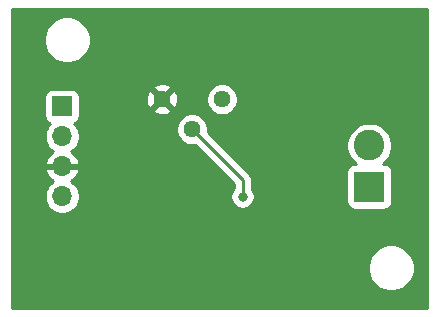
<source format=gbr>
%TF.GenerationSoftware,KiCad,Pcbnew,5.1.6-c6e7f7d~87~ubuntu18.04.1*%
%TF.CreationDate,2021-12-04T00:40:26-08:00*%
%TF.ProjectId,thermocouple-amp,74686572-6d6f-4636-9f75-706c652d616d,rev?*%
%TF.SameCoordinates,Original*%
%TF.FileFunction,Copper,L2,Bot*%
%TF.FilePolarity,Positive*%
%FSLAX46Y46*%
G04 Gerber Fmt 4.6, Leading zero omitted, Abs format (unit mm)*
G04 Created by KiCad (PCBNEW 5.1.6-c6e7f7d~87~ubuntu18.04.1) date 2021-12-04 00:40:26*
%MOMM*%
%LPD*%
G01*
G04 APERTURE LIST*
%TA.AperFunction,ComponentPad*%
%ADD10C,2.600000*%
%TD*%
%TA.AperFunction,ComponentPad*%
%ADD11R,2.600000X2.600000*%
%TD*%
%TA.AperFunction,ComponentPad*%
%ADD12C,1.440000*%
%TD*%
%TA.AperFunction,ComponentPad*%
%ADD13O,1.700000X1.700000*%
%TD*%
%TA.AperFunction,ComponentPad*%
%ADD14R,1.700000X1.700000*%
%TD*%
%TA.AperFunction,ViaPad*%
%ADD15C,0.800000*%
%TD*%
%TA.AperFunction,Conductor*%
%ADD16C,0.254000*%
%TD*%
G04 APERTURE END LIST*
D10*
%TO.P,TC1,2*%
%TO.N,Net-(R2-Pad1)*%
X170865800Y-96068000D03*
D11*
%TO.P,TC1,1*%
%TO.N,Net-(R4-Pad2)*%
X170865800Y-99568000D03*
%TD*%
D12*
%TO.P,RV1,3*%
%TO.N,GND*%
X153314400Y-92151200D03*
%TO.P,RV1,2*%
%TO.N,Net-(RV1-Pad2)*%
X155854400Y-94691200D03*
%TO.P,RV1,1*%
%TO.N,Net-(R5-Pad1)*%
X158394400Y-92151200D03*
%TD*%
D13*
%TO.P,J2,4*%
%TO.N,/Vout*%
X144856200Y-100380800D03*
%TO.P,J2,3*%
%TO.N,GND*%
X144856200Y-97840800D03*
%TO.P,J2,2*%
%TO.N,+12V*%
X144856200Y-95300800D03*
D14*
%TO.P,J2,1*%
%TO.N,+5V*%
X144856200Y-92760800D03*
%TD*%
D15*
%TO.N,GND*%
X151460200Y-91008200D03*
X147345400Y-91135200D03*
X141147800Y-88722200D03*
X143002000Y-104800400D03*
X146050000Y-106375200D03*
X150901400Y-107188000D03*
X151790400Y-107188000D03*
X154076400Y-104521000D03*
X162026600Y-93091000D03*
X150571200Y-96443800D03*
X156337000Y-106146600D03*
X172237400Y-88569800D03*
X159867600Y-85547200D03*
X149225000Y-86741000D03*
X148463000Y-98983800D03*
X161671000Y-98933000D03*
X164084000Y-103632000D03*
X160147000Y-102743000D03*
%TO.N,Net-(RV1-Pad2)*%
X160147009Y-100412210D03*
%TD*%
D16*
%TO.N,Net-(RV1-Pad2)*%
X160147009Y-98983809D02*
X160147009Y-100412210D01*
X155854400Y-94691200D02*
X160147009Y-98983809D01*
%TD*%
%TO.N,GND*%
G36*
X175743000Y-109830000D02*
G01*
X140614000Y-109830000D01*
X140614000Y-106230495D01*
X170735000Y-106230495D01*
X170735000Y-106621505D01*
X170811282Y-107005003D01*
X170960915Y-107366250D01*
X171178149Y-107691364D01*
X171454636Y-107967851D01*
X171779750Y-108185085D01*
X172140997Y-108334718D01*
X172524495Y-108411000D01*
X172915505Y-108411000D01*
X173299003Y-108334718D01*
X173660250Y-108185085D01*
X173985364Y-107967851D01*
X174261851Y-107691364D01*
X174479085Y-107366250D01*
X174628718Y-107005003D01*
X174705000Y-106621505D01*
X174705000Y-106230495D01*
X174628718Y-105846997D01*
X174479085Y-105485750D01*
X174261851Y-105160636D01*
X173985364Y-104884149D01*
X173660250Y-104666915D01*
X173299003Y-104517282D01*
X172915505Y-104441000D01*
X172524495Y-104441000D01*
X172140997Y-104517282D01*
X171779750Y-104666915D01*
X171454636Y-104884149D01*
X171178149Y-105160636D01*
X170960915Y-105485750D01*
X170811282Y-105846997D01*
X170735000Y-106230495D01*
X140614000Y-106230495D01*
X140614000Y-100234540D01*
X143371200Y-100234540D01*
X143371200Y-100527060D01*
X143428268Y-100813958D01*
X143540210Y-101084211D01*
X143702725Y-101327432D01*
X143909568Y-101534275D01*
X144152789Y-101696790D01*
X144423042Y-101808732D01*
X144709940Y-101865800D01*
X145002460Y-101865800D01*
X145289358Y-101808732D01*
X145559611Y-101696790D01*
X145802832Y-101534275D01*
X146009675Y-101327432D01*
X146172190Y-101084211D01*
X146284132Y-100813958D01*
X146341200Y-100527060D01*
X146341200Y-100234540D01*
X146284132Y-99947642D01*
X146172190Y-99677389D01*
X146009675Y-99434168D01*
X145802832Y-99227325D01*
X145620666Y-99105605D01*
X145737555Y-99035978D01*
X145953788Y-98841069D01*
X146127841Y-98607720D01*
X146253025Y-98344899D01*
X146297676Y-98197690D01*
X146176355Y-97967800D01*
X144983200Y-97967800D01*
X144983200Y-97987800D01*
X144729200Y-97987800D01*
X144729200Y-97967800D01*
X143536045Y-97967800D01*
X143414724Y-98197690D01*
X143459375Y-98344899D01*
X143584559Y-98607720D01*
X143758612Y-98841069D01*
X143974845Y-99035978D01*
X144091734Y-99105605D01*
X143909568Y-99227325D01*
X143702725Y-99434168D01*
X143540210Y-99677389D01*
X143428268Y-99947642D01*
X143371200Y-100234540D01*
X140614000Y-100234540D01*
X140614000Y-91910800D01*
X143368128Y-91910800D01*
X143368128Y-93610800D01*
X143380388Y-93735282D01*
X143416698Y-93854980D01*
X143475663Y-93965294D01*
X143555015Y-94061985D01*
X143651706Y-94141337D01*
X143762020Y-94200302D01*
X143834580Y-94222313D01*
X143702725Y-94354168D01*
X143540210Y-94597389D01*
X143428268Y-94867642D01*
X143371200Y-95154540D01*
X143371200Y-95447060D01*
X143428268Y-95733958D01*
X143540210Y-96004211D01*
X143702725Y-96247432D01*
X143909568Y-96454275D01*
X144091734Y-96575995D01*
X143974845Y-96645622D01*
X143758612Y-96840531D01*
X143584559Y-97073880D01*
X143459375Y-97336701D01*
X143414724Y-97483910D01*
X143536045Y-97713800D01*
X144729200Y-97713800D01*
X144729200Y-97693800D01*
X144983200Y-97693800D01*
X144983200Y-97713800D01*
X146176355Y-97713800D01*
X146297676Y-97483910D01*
X146253025Y-97336701D01*
X146127841Y-97073880D01*
X145953788Y-96840531D01*
X145737555Y-96645622D01*
X145620666Y-96575995D01*
X145802832Y-96454275D01*
X146009675Y-96247432D01*
X146172190Y-96004211D01*
X146284132Y-95733958D01*
X146341200Y-95447060D01*
X146341200Y-95154540D01*
X146284132Y-94867642D01*
X146172190Y-94597389D01*
X146145701Y-94557744D01*
X154499400Y-94557744D01*
X154499400Y-94824656D01*
X154551472Y-95086439D01*
X154653615Y-95333033D01*
X154801903Y-95554962D01*
X154990638Y-95743697D01*
X155212567Y-95891985D01*
X155459161Y-95994128D01*
X155720944Y-96046200D01*
X155987856Y-96046200D01*
X156107893Y-96022323D01*
X159385009Y-99299440D01*
X159385010Y-99710498D01*
X159343072Y-99752436D01*
X159229804Y-99921954D01*
X159151783Y-100110312D01*
X159112009Y-100310271D01*
X159112009Y-100514149D01*
X159151783Y-100714108D01*
X159229804Y-100902466D01*
X159343072Y-101071984D01*
X159487235Y-101216147D01*
X159656753Y-101329415D01*
X159845111Y-101407436D01*
X160045070Y-101447210D01*
X160248948Y-101447210D01*
X160448907Y-101407436D01*
X160637265Y-101329415D01*
X160806783Y-101216147D01*
X160950946Y-101071984D01*
X161064214Y-100902466D01*
X161142235Y-100714108D01*
X161182009Y-100514149D01*
X161182009Y-100310271D01*
X161142235Y-100110312D01*
X161064214Y-99921954D01*
X160950946Y-99752436D01*
X160909009Y-99710499D01*
X160909009Y-99021232D01*
X160912695Y-98983809D01*
X160904027Y-98895800D01*
X160897983Y-98834431D01*
X160854411Y-98690794D01*
X160783655Y-98558418D01*
X160783654Y-98558416D01*
X160712288Y-98471457D01*
X160688431Y-98442387D01*
X160659362Y-98418531D01*
X160508831Y-98268000D01*
X168927728Y-98268000D01*
X168927728Y-100868000D01*
X168939988Y-100992482D01*
X168976298Y-101112180D01*
X169035263Y-101222494D01*
X169114615Y-101319185D01*
X169211306Y-101398537D01*
X169321620Y-101457502D01*
X169441318Y-101493812D01*
X169565800Y-101506072D01*
X172165800Y-101506072D01*
X172290282Y-101493812D01*
X172409980Y-101457502D01*
X172520294Y-101398537D01*
X172616985Y-101319185D01*
X172696337Y-101222494D01*
X172755302Y-101112180D01*
X172791612Y-100992482D01*
X172803872Y-100868000D01*
X172803872Y-98268000D01*
X172791612Y-98143518D01*
X172755302Y-98023820D01*
X172696337Y-97913506D01*
X172616985Y-97816815D01*
X172520294Y-97737463D01*
X172409980Y-97678498D01*
X172290282Y-97642188D01*
X172165800Y-97629928D01*
X172011118Y-97629928D01*
X172099291Y-97571013D01*
X172368813Y-97301491D01*
X172580575Y-96984566D01*
X172726439Y-96632419D01*
X172800800Y-96258581D01*
X172800800Y-95877419D01*
X172726439Y-95503581D01*
X172580575Y-95151434D01*
X172368813Y-94834509D01*
X172099291Y-94564987D01*
X171782366Y-94353225D01*
X171430219Y-94207361D01*
X171056381Y-94133000D01*
X170675219Y-94133000D01*
X170301381Y-94207361D01*
X169949234Y-94353225D01*
X169632309Y-94564987D01*
X169362787Y-94834509D01*
X169151025Y-95151434D01*
X169005161Y-95503581D01*
X168930800Y-95877419D01*
X168930800Y-96258581D01*
X169005161Y-96632419D01*
X169151025Y-96984566D01*
X169362787Y-97301491D01*
X169632309Y-97571013D01*
X169720482Y-97629928D01*
X169565800Y-97629928D01*
X169441318Y-97642188D01*
X169321620Y-97678498D01*
X169211306Y-97737463D01*
X169114615Y-97816815D01*
X169035263Y-97913506D01*
X168976298Y-98023820D01*
X168939988Y-98143518D01*
X168927728Y-98268000D01*
X160508831Y-98268000D01*
X157185523Y-94944693D01*
X157209400Y-94824656D01*
X157209400Y-94557744D01*
X157157328Y-94295961D01*
X157055185Y-94049367D01*
X156906897Y-93827438D01*
X156718162Y-93638703D01*
X156496233Y-93490415D01*
X156249639Y-93388272D01*
X155987856Y-93336200D01*
X155720944Y-93336200D01*
X155459161Y-93388272D01*
X155212567Y-93490415D01*
X154990638Y-93638703D01*
X154801903Y-93827438D01*
X154653615Y-94049367D01*
X154551472Y-94295961D01*
X154499400Y-94557744D01*
X146145701Y-94557744D01*
X146009675Y-94354168D01*
X145877820Y-94222313D01*
X145950380Y-94200302D01*
X146060694Y-94141337D01*
X146157385Y-94061985D01*
X146236737Y-93965294D01*
X146295702Y-93854980D01*
X146332012Y-93735282D01*
X146344272Y-93610800D01*
X146344272Y-93086760D01*
X152558445Y-93086760D01*
X152620332Y-93322568D01*
X152862190Y-93435466D01*
X153121427Y-93499011D01*
X153388080Y-93510761D01*
X153651901Y-93470263D01*
X153902753Y-93379075D01*
X154008468Y-93322568D01*
X154070355Y-93086760D01*
X153314400Y-92330805D01*
X152558445Y-93086760D01*
X146344272Y-93086760D01*
X146344272Y-92224880D01*
X151954839Y-92224880D01*
X151995337Y-92488701D01*
X152086525Y-92739553D01*
X152143032Y-92845268D01*
X152378840Y-92907155D01*
X153134795Y-92151200D01*
X153494005Y-92151200D01*
X154249960Y-92907155D01*
X154485768Y-92845268D01*
X154598666Y-92603410D01*
X154662211Y-92344173D01*
X154673961Y-92077520D01*
X154664786Y-92017744D01*
X157039400Y-92017744D01*
X157039400Y-92284656D01*
X157091472Y-92546439D01*
X157193615Y-92793033D01*
X157341903Y-93014962D01*
X157530638Y-93203697D01*
X157752567Y-93351985D01*
X157999161Y-93454128D01*
X158260944Y-93506200D01*
X158527856Y-93506200D01*
X158789639Y-93454128D01*
X159036233Y-93351985D01*
X159258162Y-93203697D01*
X159446897Y-93014962D01*
X159595185Y-92793033D01*
X159697328Y-92546439D01*
X159749400Y-92284656D01*
X159749400Y-92017744D01*
X159697328Y-91755961D01*
X159595185Y-91509367D01*
X159446897Y-91287438D01*
X159258162Y-91098703D01*
X159036233Y-90950415D01*
X158789639Y-90848272D01*
X158527856Y-90796200D01*
X158260944Y-90796200D01*
X157999161Y-90848272D01*
X157752567Y-90950415D01*
X157530638Y-91098703D01*
X157341903Y-91287438D01*
X157193615Y-91509367D01*
X157091472Y-91755961D01*
X157039400Y-92017744D01*
X154664786Y-92017744D01*
X154633463Y-91813699D01*
X154542275Y-91562847D01*
X154485768Y-91457132D01*
X154249960Y-91395245D01*
X153494005Y-92151200D01*
X153134795Y-92151200D01*
X152378840Y-91395245D01*
X152143032Y-91457132D01*
X152030134Y-91698990D01*
X151966589Y-91958227D01*
X151954839Y-92224880D01*
X146344272Y-92224880D01*
X146344272Y-91910800D01*
X146332012Y-91786318D01*
X146295702Y-91666620D01*
X146236737Y-91556306D01*
X146157385Y-91459615D01*
X146060694Y-91380263D01*
X145950380Y-91321298D01*
X145830682Y-91284988D01*
X145706200Y-91272728D01*
X144006200Y-91272728D01*
X143881718Y-91284988D01*
X143762020Y-91321298D01*
X143651706Y-91380263D01*
X143555015Y-91459615D01*
X143475663Y-91556306D01*
X143416698Y-91666620D01*
X143380388Y-91786318D01*
X143368128Y-91910800D01*
X140614000Y-91910800D01*
X140614000Y-91215640D01*
X152558445Y-91215640D01*
X153314400Y-91971595D01*
X154070355Y-91215640D01*
X154008468Y-90979832D01*
X153766610Y-90866934D01*
X153507373Y-90803389D01*
X153240720Y-90791639D01*
X152976899Y-90832137D01*
X152726047Y-90923325D01*
X152620332Y-90979832D01*
X152558445Y-91215640D01*
X140614000Y-91215640D01*
X140614000Y-86926495D01*
X143303000Y-86926495D01*
X143303000Y-87317505D01*
X143379282Y-87701003D01*
X143528915Y-88062250D01*
X143746149Y-88387364D01*
X144022636Y-88663851D01*
X144347750Y-88881085D01*
X144708997Y-89030718D01*
X145092495Y-89107000D01*
X145483505Y-89107000D01*
X145867003Y-89030718D01*
X146228250Y-88881085D01*
X146553364Y-88663851D01*
X146829851Y-88387364D01*
X147047085Y-88062250D01*
X147196718Y-87701003D01*
X147273000Y-87317505D01*
X147273000Y-86926495D01*
X147196718Y-86542997D01*
X147047085Y-86181750D01*
X146829851Y-85856636D01*
X146553364Y-85580149D01*
X146228250Y-85362915D01*
X145867003Y-85213282D01*
X145483505Y-85137000D01*
X145092495Y-85137000D01*
X144708997Y-85213282D01*
X144347750Y-85362915D01*
X144022636Y-85580149D01*
X143746149Y-85856636D01*
X143528915Y-86181750D01*
X143379282Y-86542997D01*
X143303000Y-86926495D01*
X140614000Y-86926495D01*
X140614000Y-84480000D01*
X175743001Y-84480000D01*
X175743000Y-109830000D01*
G37*
X175743000Y-109830000D02*
X140614000Y-109830000D01*
X140614000Y-106230495D01*
X170735000Y-106230495D01*
X170735000Y-106621505D01*
X170811282Y-107005003D01*
X170960915Y-107366250D01*
X171178149Y-107691364D01*
X171454636Y-107967851D01*
X171779750Y-108185085D01*
X172140997Y-108334718D01*
X172524495Y-108411000D01*
X172915505Y-108411000D01*
X173299003Y-108334718D01*
X173660250Y-108185085D01*
X173985364Y-107967851D01*
X174261851Y-107691364D01*
X174479085Y-107366250D01*
X174628718Y-107005003D01*
X174705000Y-106621505D01*
X174705000Y-106230495D01*
X174628718Y-105846997D01*
X174479085Y-105485750D01*
X174261851Y-105160636D01*
X173985364Y-104884149D01*
X173660250Y-104666915D01*
X173299003Y-104517282D01*
X172915505Y-104441000D01*
X172524495Y-104441000D01*
X172140997Y-104517282D01*
X171779750Y-104666915D01*
X171454636Y-104884149D01*
X171178149Y-105160636D01*
X170960915Y-105485750D01*
X170811282Y-105846997D01*
X170735000Y-106230495D01*
X140614000Y-106230495D01*
X140614000Y-100234540D01*
X143371200Y-100234540D01*
X143371200Y-100527060D01*
X143428268Y-100813958D01*
X143540210Y-101084211D01*
X143702725Y-101327432D01*
X143909568Y-101534275D01*
X144152789Y-101696790D01*
X144423042Y-101808732D01*
X144709940Y-101865800D01*
X145002460Y-101865800D01*
X145289358Y-101808732D01*
X145559611Y-101696790D01*
X145802832Y-101534275D01*
X146009675Y-101327432D01*
X146172190Y-101084211D01*
X146284132Y-100813958D01*
X146341200Y-100527060D01*
X146341200Y-100234540D01*
X146284132Y-99947642D01*
X146172190Y-99677389D01*
X146009675Y-99434168D01*
X145802832Y-99227325D01*
X145620666Y-99105605D01*
X145737555Y-99035978D01*
X145953788Y-98841069D01*
X146127841Y-98607720D01*
X146253025Y-98344899D01*
X146297676Y-98197690D01*
X146176355Y-97967800D01*
X144983200Y-97967800D01*
X144983200Y-97987800D01*
X144729200Y-97987800D01*
X144729200Y-97967800D01*
X143536045Y-97967800D01*
X143414724Y-98197690D01*
X143459375Y-98344899D01*
X143584559Y-98607720D01*
X143758612Y-98841069D01*
X143974845Y-99035978D01*
X144091734Y-99105605D01*
X143909568Y-99227325D01*
X143702725Y-99434168D01*
X143540210Y-99677389D01*
X143428268Y-99947642D01*
X143371200Y-100234540D01*
X140614000Y-100234540D01*
X140614000Y-91910800D01*
X143368128Y-91910800D01*
X143368128Y-93610800D01*
X143380388Y-93735282D01*
X143416698Y-93854980D01*
X143475663Y-93965294D01*
X143555015Y-94061985D01*
X143651706Y-94141337D01*
X143762020Y-94200302D01*
X143834580Y-94222313D01*
X143702725Y-94354168D01*
X143540210Y-94597389D01*
X143428268Y-94867642D01*
X143371200Y-95154540D01*
X143371200Y-95447060D01*
X143428268Y-95733958D01*
X143540210Y-96004211D01*
X143702725Y-96247432D01*
X143909568Y-96454275D01*
X144091734Y-96575995D01*
X143974845Y-96645622D01*
X143758612Y-96840531D01*
X143584559Y-97073880D01*
X143459375Y-97336701D01*
X143414724Y-97483910D01*
X143536045Y-97713800D01*
X144729200Y-97713800D01*
X144729200Y-97693800D01*
X144983200Y-97693800D01*
X144983200Y-97713800D01*
X146176355Y-97713800D01*
X146297676Y-97483910D01*
X146253025Y-97336701D01*
X146127841Y-97073880D01*
X145953788Y-96840531D01*
X145737555Y-96645622D01*
X145620666Y-96575995D01*
X145802832Y-96454275D01*
X146009675Y-96247432D01*
X146172190Y-96004211D01*
X146284132Y-95733958D01*
X146341200Y-95447060D01*
X146341200Y-95154540D01*
X146284132Y-94867642D01*
X146172190Y-94597389D01*
X146145701Y-94557744D01*
X154499400Y-94557744D01*
X154499400Y-94824656D01*
X154551472Y-95086439D01*
X154653615Y-95333033D01*
X154801903Y-95554962D01*
X154990638Y-95743697D01*
X155212567Y-95891985D01*
X155459161Y-95994128D01*
X155720944Y-96046200D01*
X155987856Y-96046200D01*
X156107893Y-96022323D01*
X159385009Y-99299440D01*
X159385010Y-99710498D01*
X159343072Y-99752436D01*
X159229804Y-99921954D01*
X159151783Y-100110312D01*
X159112009Y-100310271D01*
X159112009Y-100514149D01*
X159151783Y-100714108D01*
X159229804Y-100902466D01*
X159343072Y-101071984D01*
X159487235Y-101216147D01*
X159656753Y-101329415D01*
X159845111Y-101407436D01*
X160045070Y-101447210D01*
X160248948Y-101447210D01*
X160448907Y-101407436D01*
X160637265Y-101329415D01*
X160806783Y-101216147D01*
X160950946Y-101071984D01*
X161064214Y-100902466D01*
X161142235Y-100714108D01*
X161182009Y-100514149D01*
X161182009Y-100310271D01*
X161142235Y-100110312D01*
X161064214Y-99921954D01*
X160950946Y-99752436D01*
X160909009Y-99710499D01*
X160909009Y-99021232D01*
X160912695Y-98983809D01*
X160904027Y-98895800D01*
X160897983Y-98834431D01*
X160854411Y-98690794D01*
X160783655Y-98558418D01*
X160783654Y-98558416D01*
X160712288Y-98471457D01*
X160688431Y-98442387D01*
X160659362Y-98418531D01*
X160508831Y-98268000D01*
X168927728Y-98268000D01*
X168927728Y-100868000D01*
X168939988Y-100992482D01*
X168976298Y-101112180D01*
X169035263Y-101222494D01*
X169114615Y-101319185D01*
X169211306Y-101398537D01*
X169321620Y-101457502D01*
X169441318Y-101493812D01*
X169565800Y-101506072D01*
X172165800Y-101506072D01*
X172290282Y-101493812D01*
X172409980Y-101457502D01*
X172520294Y-101398537D01*
X172616985Y-101319185D01*
X172696337Y-101222494D01*
X172755302Y-101112180D01*
X172791612Y-100992482D01*
X172803872Y-100868000D01*
X172803872Y-98268000D01*
X172791612Y-98143518D01*
X172755302Y-98023820D01*
X172696337Y-97913506D01*
X172616985Y-97816815D01*
X172520294Y-97737463D01*
X172409980Y-97678498D01*
X172290282Y-97642188D01*
X172165800Y-97629928D01*
X172011118Y-97629928D01*
X172099291Y-97571013D01*
X172368813Y-97301491D01*
X172580575Y-96984566D01*
X172726439Y-96632419D01*
X172800800Y-96258581D01*
X172800800Y-95877419D01*
X172726439Y-95503581D01*
X172580575Y-95151434D01*
X172368813Y-94834509D01*
X172099291Y-94564987D01*
X171782366Y-94353225D01*
X171430219Y-94207361D01*
X171056381Y-94133000D01*
X170675219Y-94133000D01*
X170301381Y-94207361D01*
X169949234Y-94353225D01*
X169632309Y-94564987D01*
X169362787Y-94834509D01*
X169151025Y-95151434D01*
X169005161Y-95503581D01*
X168930800Y-95877419D01*
X168930800Y-96258581D01*
X169005161Y-96632419D01*
X169151025Y-96984566D01*
X169362787Y-97301491D01*
X169632309Y-97571013D01*
X169720482Y-97629928D01*
X169565800Y-97629928D01*
X169441318Y-97642188D01*
X169321620Y-97678498D01*
X169211306Y-97737463D01*
X169114615Y-97816815D01*
X169035263Y-97913506D01*
X168976298Y-98023820D01*
X168939988Y-98143518D01*
X168927728Y-98268000D01*
X160508831Y-98268000D01*
X157185523Y-94944693D01*
X157209400Y-94824656D01*
X157209400Y-94557744D01*
X157157328Y-94295961D01*
X157055185Y-94049367D01*
X156906897Y-93827438D01*
X156718162Y-93638703D01*
X156496233Y-93490415D01*
X156249639Y-93388272D01*
X155987856Y-93336200D01*
X155720944Y-93336200D01*
X155459161Y-93388272D01*
X155212567Y-93490415D01*
X154990638Y-93638703D01*
X154801903Y-93827438D01*
X154653615Y-94049367D01*
X154551472Y-94295961D01*
X154499400Y-94557744D01*
X146145701Y-94557744D01*
X146009675Y-94354168D01*
X145877820Y-94222313D01*
X145950380Y-94200302D01*
X146060694Y-94141337D01*
X146157385Y-94061985D01*
X146236737Y-93965294D01*
X146295702Y-93854980D01*
X146332012Y-93735282D01*
X146344272Y-93610800D01*
X146344272Y-93086760D01*
X152558445Y-93086760D01*
X152620332Y-93322568D01*
X152862190Y-93435466D01*
X153121427Y-93499011D01*
X153388080Y-93510761D01*
X153651901Y-93470263D01*
X153902753Y-93379075D01*
X154008468Y-93322568D01*
X154070355Y-93086760D01*
X153314400Y-92330805D01*
X152558445Y-93086760D01*
X146344272Y-93086760D01*
X146344272Y-92224880D01*
X151954839Y-92224880D01*
X151995337Y-92488701D01*
X152086525Y-92739553D01*
X152143032Y-92845268D01*
X152378840Y-92907155D01*
X153134795Y-92151200D01*
X153494005Y-92151200D01*
X154249960Y-92907155D01*
X154485768Y-92845268D01*
X154598666Y-92603410D01*
X154662211Y-92344173D01*
X154673961Y-92077520D01*
X154664786Y-92017744D01*
X157039400Y-92017744D01*
X157039400Y-92284656D01*
X157091472Y-92546439D01*
X157193615Y-92793033D01*
X157341903Y-93014962D01*
X157530638Y-93203697D01*
X157752567Y-93351985D01*
X157999161Y-93454128D01*
X158260944Y-93506200D01*
X158527856Y-93506200D01*
X158789639Y-93454128D01*
X159036233Y-93351985D01*
X159258162Y-93203697D01*
X159446897Y-93014962D01*
X159595185Y-92793033D01*
X159697328Y-92546439D01*
X159749400Y-92284656D01*
X159749400Y-92017744D01*
X159697328Y-91755961D01*
X159595185Y-91509367D01*
X159446897Y-91287438D01*
X159258162Y-91098703D01*
X159036233Y-90950415D01*
X158789639Y-90848272D01*
X158527856Y-90796200D01*
X158260944Y-90796200D01*
X157999161Y-90848272D01*
X157752567Y-90950415D01*
X157530638Y-91098703D01*
X157341903Y-91287438D01*
X157193615Y-91509367D01*
X157091472Y-91755961D01*
X157039400Y-92017744D01*
X154664786Y-92017744D01*
X154633463Y-91813699D01*
X154542275Y-91562847D01*
X154485768Y-91457132D01*
X154249960Y-91395245D01*
X153494005Y-92151200D01*
X153134795Y-92151200D01*
X152378840Y-91395245D01*
X152143032Y-91457132D01*
X152030134Y-91698990D01*
X151966589Y-91958227D01*
X151954839Y-92224880D01*
X146344272Y-92224880D01*
X146344272Y-91910800D01*
X146332012Y-91786318D01*
X146295702Y-91666620D01*
X146236737Y-91556306D01*
X146157385Y-91459615D01*
X146060694Y-91380263D01*
X145950380Y-91321298D01*
X145830682Y-91284988D01*
X145706200Y-91272728D01*
X144006200Y-91272728D01*
X143881718Y-91284988D01*
X143762020Y-91321298D01*
X143651706Y-91380263D01*
X143555015Y-91459615D01*
X143475663Y-91556306D01*
X143416698Y-91666620D01*
X143380388Y-91786318D01*
X143368128Y-91910800D01*
X140614000Y-91910800D01*
X140614000Y-91215640D01*
X152558445Y-91215640D01*
X153314400Y-91971595D01*
X154070355Y-91215640D01*
X154008468Y-90979832D01*
X153766610Y-90866934D01*
X153507373Y-90803389D01*
X153240720Y-90791639D01*
X152976899Y-90832137D01*
X152726047Y-90923325D01*
X152620332Y-90979832D01*
X152558445Y-91215640D01*
X140614000Y-91215640D01*
X140614000Y-86926495D01*
X143303000Y-86926495D01*
X143303000Y-87317505D01*
X143379282Y-87701003D01*
X143528915Y-88062250D01*
X143746149Y-88387364D01*
X144022636Y-88663851D01*
X144347750Y-88881085D01*
X144708997Y-89030718D01*
X145092495Y-89107000D01*
X145483505Y-89107000D01*
X145867003Y-89030718D01*
X146228250Y-88881085D01*
X146553364Y-88663851D01*
X146829851Y-88387364D01*
X147047085Y-88062250D01*
X147196718Y-87701003D01*
X147273000Y-87317505D01*
X147273000Y-86926495D01*
X147196718Y-86542997D01*
X147047085Y-86181750D01*
X146829851Y-85856636D01*
X146553364Y-85580149D01*
X146228250Y-85362915D01*
X145867003Y-85213282D01*
X145483505Y-85137000D01*
X145092495Y-85137000D01*
X144708997Y-85213282D01*
X144347750Y-85362915D01*
X144022636Y-85580149D01*
X143746149Y-85856636D01*
X143528915Y-86181750D01*
X143379282Y-86542997D01*
X143303000Y-86926495D01*
X140614000Y-86926495D01*
X140614000Y-84480000D01*
X175743001Y-84480000D01*
X175743000Y-109830000D01*
%TD*%
M02*

</source>
